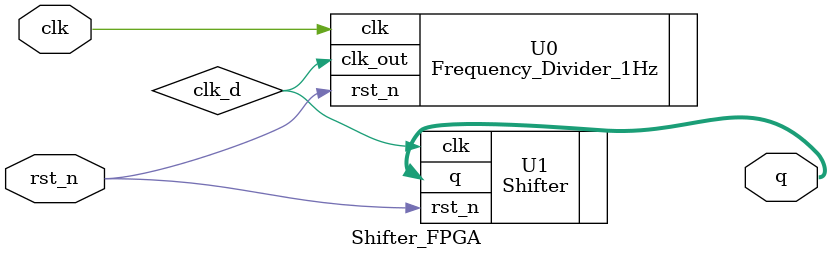
<source format=v>
`timescale 1ns / 1ps


`define BIT_WIDTH 8

module Shifter_FPGA( 
    q,// output
    clk,//global clock
    rst_n//active low reset
    );
    output [`BIT_WIDTH-1:0] q;// output
    input clk;//global clock
    input rst_n;//active low reset  
    wire clk_d; //divided clock
    wire [`BIT_WIDTH-1:0]q; // LED output
    
    //Insert frequency divider (Frequency_Divider_1Hz.v)
Frequency_Divider_1Hz U0(
        .clk_out(clk_d),
        .clk(clk),
        .rst_n(rst_n)
        );
    //Insert shifter (Shifter.v)
Shifter U1(
        .q(q), // output
        .clk(clk_d),//global clock
        .rst_n(rst_n)//active low reset
        );


endmodule

</source>
